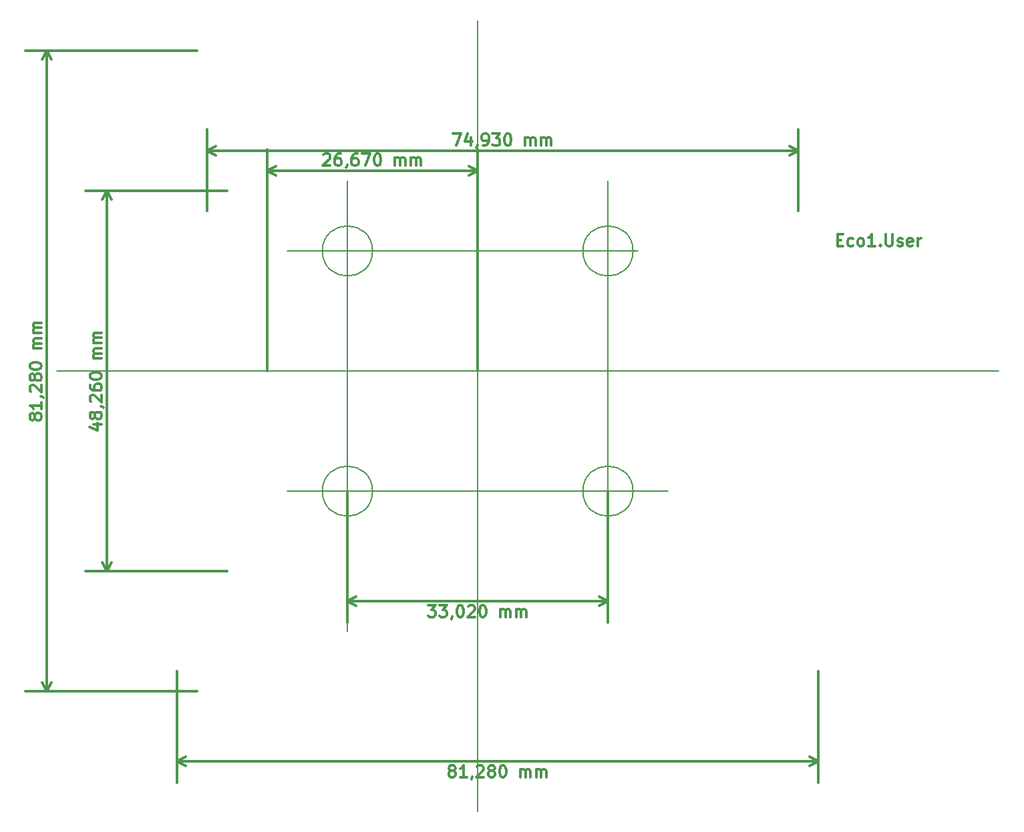
<source format=gbr>
G04 #@! TF.FileFunction,Other,ECO1*
%FSLAX46Y46*%
G04 Gerber Fmt 4.6, Leading zero omitted, Abs format (unit mm)*
G04 Created by KiCad (PCBNEW 4.0.2+dfsg1-stable) date mar. 31 janv. 2017 17:52:21 CET*
%MOMM*%
G01*
G04 APERTURE LIST*
%ADD10C,0.050000*%
%ADD11C,0.300000*%
%ADD12C,0.200000*%
G04 APERTURE END LIST*
D10*
D11*
X-48661429Y-6769999D02*
X-47661429Y-6769999D01*
X-49232857Y-7127142D02*
X-48161429Y-7484285D01*
X-48161429Y-6555713D01*
X-48518571Y-5769999D02*
X-48590000Y-5912857D01*
X-48661429Y-5984285D01*
X-48804286Y-6055714D01*
X-48875714Y-6055714D01*
X-49018571Y-5984285D01*
X-49090000Y-5912857D01*
X-49161429Y-5769999D01*
X-49161429Y-5484285D01*
X-49090000Y-5341428D01*
X-49018571Y-5269999D01*
X-48875714Y-5198571D01*
X-48804286Y-5198571D01*
X-48661429Y-5269999D01*
X-48590000Y-5341428D01*
X-48518571Y-5484285D01*
X-48518571Y-5769999D01*
X-48447143Y-5912857D01*
X-48375714Y-5984285D01*
X-48232857Y-6055714D01*
X-47947143Y-6055714D01*
X-47804286Y-5984285D01*
X-47732857Y-5912857D01*
X-47661429Y-5769999D01*
X-47661429Y-5484285D01*
X-47732857Y-5341428D01*
X-47804286Y-5269999D01*
X-47947143Y-5198571D01*
X-48232857Y-5198571D01*
X-48375714Y-5269999D01*
X-48447143Y-5341428D01*
X-48518571Y-5484285D01*
X-47732857Y-4484286D02*
X-47661429Y-4484286D01*
X-47518571Y-4555714D01*
X-47447143Y-4627143D01*
X-49018571Y-3912857D02*
X-49090000Y-3841428D01*
X-49161429Y-3698571D01*
X-49161429Y-3341428D01*
X-49090000Y-3198571D01*
X-49018571Y-3127142D01*
X-48875714Y-3055714D01*
X-48732857Y-3055714D01*
X-48518571Y-3127142D01*
X-47661429Y-3984285D01*
X-47661429Y-3055714D01*
X-49161429Y-1770000D02*
X-49161429Y-2055714D01*
X-49090000Y-2198571D01*
X-49018571Y-2270000D01*
X-48804286Y-2412857D01*
X-48518571Y-2484286D01*
X-47947143Y-2484286D01*
X-47804286Y-2412857D01*
X-47732857Y-2341429D01*
X-47661429Y-2198571D01*
X-47661429Y-1912857D01*
X-47732857Y-1770000D01*
X-47804286Y-1698571D01*
X-47947143Y-1627143D01*
X-48304286Y-1627143D01*
X-48447143Y-1698571D01*
X-48518571Y-1770000D01*
X-48590000Y-1912857D01*
X-48590000Y-2198571D01*
X-48518571Y-2341429D01*
X-48447143Y-2412857D01*
X-48304286Y-2484286D01*
X-49161429Y-698572D02*
X-49161429Y-555715D01*
X-49090000Y-412858D01*
X-49018571Y-341429D01*
X-48875714Y-270000D01*
X-48590000Y-198572D01*
X-48232857Y-198572D01*
X-47947143Y-270000D01*
X-47804286Y-341429D01*
X-47732857Y-412858D01*
X-47661429Y-555715D01*
X-47661429Y-698572D01*
X-47732857Y-841429D01*
X-47804286Y-912858D01*
X-47947143Y-984286D01*
X-48232857Y-1055715D01*
X-48590000Y-1055715D01*
X-48875714Y-984286D01*
X-49018571Y-912858D01*
X-49090000Y-841429D01*
X-49161429Y-698572D01*
X-47661429Y1587142D02*
X-48661429Y1587142D01*
X-48518571Y1587142D02*
X-48590000Y1658570D01*
X-48661429Y1801428D01*
X-48661429Y2015713D01*
X-48590000Y2158570D01*
X-48447143Y2229999D01*
X-47661429Y2229999D01*
X-48447143Y2229999D02*
X-48590000Y2301428D01*
X-48661429Y2444285D01*
X-48661429Y2658570D01*
X-48590000Y2801428D01*
X-48447143Y2872856D01*
X-47661429Y2872856D01*
X-47661429Y3587142D02*
X-48661429Y3587142D01*
X-48518571Y3587142D02*
X-48590000Y3658570D01*
X-48661429Y3801428D01*
X-48661429Y4015713D01*
X-48590000Y4158570D01*
X-48447143Y4229999D01*
X-47661429Y4229999D01*
X-48447143Y4229999D02*
X-48590000Y4301428D01*
X-48661429Y4444285D01*
X-48661429Y4658570D01*
X-48590000Y4801428D01*
X-48447143Y4872856D01*
X-47661429Y4872856D01*
X-46990000Y-25400000D02*
X-46990000Y22860000D01*
X-31750000Y-25400000D02*
X-49690000Y-25400000D01*
X-31750000Y22860000D02*
X-49690000Y22860000D01*
X-46990000Y22860000D02*
X-46403579Y21733496D01*
X-46990000Y22860000D02*
X-47576421Y21733496D01*
X-46990000Y-25400000D02*
X-46403579Y-24273496D01*
X-46990000Y-25400000D02*
X-47576421Y-24273496D01*
X-56138571Y-5928570D02*
X-56210000Y-6071428D01*
X-56281429Y-6142856D01*
X-56424286Y-6214285D01*
X-56495714Y-6214285D01*
X-56638571Y-6142856D01*
X-56710000Y-6071428D01*
X-56781429Y-5928570D01*
X-56781429Y-5642856D01*
X-56710000Y-5499999D01*
X-56638571Y-5428570D01*
X-56495714Y-5357142D01*
X-56424286Y-5357142D01*
X-56281429Y-5428570D01*
X-56210000Y-5499999D01*
X-56138571Y-5642856D01*
X-56138571Y-5928570D01*
X-56067143Y-6071428D01*
X-55995714Y-6142856D01*
X-55852857Y-6214285D01*
X-55567143Y-6214285D01*
X-55424286Y-6142856D01*
X-55352857Y-6071428D01*
X-55281429Y-5928570D01*
X-55281429Y-5642856D01*
X-55352857Y-5499999D01*
X-55424286Y-5428570D01*
X-55567143Y-5357142D01*
X-55852857Y-5357142D01*
X-55995714Y-5428570D01*
X-56067143Y-5499999D01*
X-56138571Y-5642856D01*
X-55281429Y-3928571D02*
X-55281429Y-4785714D01*
X-55281429Y-4357142D02*
X-56781429Y-4357142D01*
X-56567143Y-4499999D01*
X-56424286Y-4642857D01*
X-56352857Y-4785714D01*
X-55352857Y-3214286D02*
X-55281429Y-3214286D01*
X-55138571Y-3285714D01*
X-55067143Y-3357143D01*
X-56638571Y-2642857D02*
X-56710000Y-2571428D01*
X-56781429Y-2428571D01*
X-56781429Y-2071428D01*
X-56710000Y-1928571D01*
X-56638571Y-1857142D01*
X-56495714Y-1785714D01*
X-56352857Y-1785714D01*
X-56138571Y-1857142D01*
X-55281429Y-2714285D01*
X-55281429Y-1785714D01*
X-56138571Y-928571D02*
X-56210000Y-1071429D01*
X-56281429Y-1142857D01*
X-56424286Y-1214286D01*
X-56495714Y-1214286D01*
X-56638571Y-1142857D01*
X-56710000Y-1071429D01*
X-56781429Y-928571D01*
X-56781429Y-642857D01*
X-56710000Y-500000D01*
X-56638571Y-428571D01*
X-56495714Y-357143D01*
X-56424286Y-357143D01*
X-56281429Y-428571D01*
X-56210000Y-500000D01*
X-56138571Y-642857D01*
X-56138571Y-928571D01*
X-56067143Y-1071429D01*
X-55995714Y-1142857D01*
X-55852857Y-1214286D01*
X-55567143Y-1214286D01*
X-55424286Y-1142857D01*
X-55352857Y-1071429D01*
X-55281429Y-928571D01*
X-55281429Y-642857D01*
X-55352857Y-500000D01*
X-55424286Y-428571D01*
X-55567143Y-357143D01*
X-55852857Y-357143D01*
X-55995714Y-428571D01*
X-56067143Y-500000D01*
X-56138571Y-642857D01*
X-56781429Y571428D02*
X-56781429Y714285D01*
X-56710000Y857142D01*
X-56638571Y928571D01*
X-56495714Y1000000D01*
X-56210000Y1071428D01*
X-55852857Y1071428D01*
X-55567143Y1000000D01*
X-55424286Y928571D01*
X-55352857Y857142D01*
X-55281429Y714285D01*
X-55281429Y571428D01*
X-55352857Y428571D01*
X-55424286Y357142D01*
X-55567143Y285714D01*
X-55852857Y214285D01*
X-56210000Y214285D01*
X-56495714Y285714D01*
X-56638571Y357142D01*
X-56710000Y428571D01*
X-56781429Y571428D01*
X-55281429Y2857142D02*
X-56281429Y2857142D01*
X-56138571Y2857142D02*
X-56210000Y2928570D01*
X-56281429Y3071428D01*
X-56281429Y3285713D01*
X-56210000Y3428570D01*
X-56067143Y3499999D01*
X-55281429Y3499999D01*
X-56067143Y3499999D02*
X-56210000Y3571428D01*
X-56281429Y3714285D01*
X-56281429Y3928570D01*
X-56210000Y4071428D01*
X-56067143Y4142856D01*
X-55281429Y4142856D01*
X-55281429Y4857142D02*
X-56281429Y4857142D01*
X-56138571Y4857142D02*
X-56210000Y4928570D01*
X-56281429Y5071428D01*
X-56281429Y5285713D01*
X-56210000Y5428570D01*
X-56067143Y5499999D01*
X-55281429Y5499999D01*
X-56067143Y5499999D02*
X-56210000Y5571428D01*
X-56281429Y5714285D01*
X-56281429Y5928570D01*
X-56210000Y6071428D01*
X-56067143Y6142856D01*
X-55281429Y6142856D01*
X-54610000Y-40640000D02*
X-54610000Y40640000D01*
X-35560000Y-40640000D02*
X-57310000Y-40640000D01*
X-35560000Y40640000D02*
X-57310000Y40640000D01*
X-54610000Y40640000D02*
X-54023579Y39513496D01*
X-54610000Y40640000D02*
X-55196421Y39513496D01*
X-54610000Y-40640000D02*
X-54023579Y-39513496D01*
X-54610000Y-40640000D02*
X-55196421Y-39513496D01*
X-19549285Y27428570D02*
X-19477856Y27499999D01*
X-19334999Y27571428D01*
X-18977856Y27571428D01*
X-18834999Y27499999D01*
X-18763570Y27428570D01*
X-18692142Y27285713D01*
X-18692142Y27142856D01*
X-18763570Y26928570D01*
X-19620713Y26071428D01*
X-18692142Y26071428D01*
X-17406428Y27571428D02*
X-17692142Y27571428D01*
X-17834999Y27499999D01*
X-17906428Y27428570D01*
X-18049285Y27214285D01*
X-18120714Y26928570D01*
X-18120714Y26357142D01*
X-18049285Y26214285D01*
X-17977857Y26142856D01*
X-17834999Y26071428D01*
X-17549285Y26071428D01*
X-17406428Y26142856D01*
X-17334999Y26214285D01*
X-17263571Y26357142D01*
X-17263571Y26714285D01*
X-17334999Y26857142D01*
X-17406428Y26928570D01*
X-17549285Y26999999D01*
X-17834999Y26999999D01*
X-17977857Y26928570D01*
X-18049285Y26857142D01*
X-18120714Y26714285D01*
X-16549286Y26142856D02*
X-16549286Y26071428D01*
X-16620714Y25928570D01*
X-16692143Y25857142D01*
X-15263571Y27571428D02*
X-15549285Y27571428D01*
X-15692142Y27499999D01*
X-15763571Y27428570D01*
X-15906428Y27214285D01*
X-15977857Y26928570D01*
X-15977857Y26357142D01*
X-15906428Y26214285D01*
X-15835000Y26142856D01*
X-15692142Y26071428D01*
X-15406428Y26071428D01*
X-15263571Y26142856D01*
X-15192142Y26214285D01*
X-15120714Y26357142D01*
X-15120714Y26714285D01*
X-15192142Y26857142D01*
X-15263571Y26928570D01*
X-15406428Y26999999D01*
X-15692142Y26999999D01*
X-15835000Y26928570D01*
X-15906428Y26857142D01*
X-15977857Y26714285D01*
X-14620714Y27571428D02*
X-13620714Y27571428D01*
X-14263571Y26071428D01*
X-12763572Y27571428D02*
X-12620715Y27571428D01*
X-12477858Y27499999D01*
X-12406429Y27428570D01*
X-12335000Y27285713D01*
X-12263572Y26999999D01*
X-12263572Y26642856D01*
X-12335000Y26357142D01*
X-12406429Y26214285D01*
X-12477858Y26142856D01*
X-12620715Y26071428D01*
X-12763572Y26071428D01*
X-12906429Y26142856D01*
X-12977858Y26214285D01*
X-13049286Y26357142D01*
X-13120715Y26642856D01*
X-13120715Y26999999D01*
X-13049286Y27285713D01*
X-12977858Y27428570D01*
X-12906429Y27499999D01*
X-12763572Y27571428D01*
X-10477858Y26071428D02*
X-10477858Y27071428D01*
X-10477858Y26928570D02*
X-10406430Y26999999D01*
X-10263572Y27071428D01*
X-10049287Y27071428D01*
X-9906430Y26999999D01*
X-9835001Y26857142D01*
X-9835001Y26071428D01*
X-9835001Y26857142D02*
X-9763572Y26999999D01*
X-9620715Y27071428D01*
X-9406430Y27071428D01*
X-9263572Y26999999D01*
X-9192144Y26857142D01*
X-9192144Y26071428D01*
X-8477858Y26071428D02*
X-8477858Y27071428D01*
X-8477858Y26928570D02*
X-8406430Y26999999D01*
X-8263572Y27071428D01*
X-8049287Y27071428D01*
X-7906430Y26999999D01*
X-7835001Y26857142D01*
X-7835001Y26071428D01*
X-7835001Y26857142D02*
X-7763572Y26999999D01*
X-7620715Y27071428D01*
X-7406430Y27071428D01*
X-7263572Y26999999D01*
X-7192144Y26857142D01*
X-7192144Y26071428D01*
X-26670000Y25399999D02*
X0Y25399999D01*
X-26670000Y0D02*
X-26670000Y28099999D01*
X0Y0D02*
X0Y28099999D01*
X0Y25399999D02*
X-1126504Y24813578D01*
X0Y25399999D02*
X-1126504Y25986420D01*
X-26670000Y25399999D02*
X-25543496Y24813578D01*
X-26670000Y25399999D02*
X-25543496Y25986420D01*
X-3110713Y30111428D02*
X-2110713Y30111428D01*
X-2753570Y28611428D01*
X-896428Y29611428D02*
X-896428Y28611428D01*
X-1253571Y30182856D02*
X-1610714Y29111428D01*
X-682142Y29111428D01*
X-39286Y28682856D02*
X-39286Y28611428D01*
X-110714Y28468570D01*
X-182143Y28397142D01*
X675000Y28611428D02*
X960715Y28611428D01*
X1103572Y28682856D01*
X1175000Y28754285D01*
X1317858Y28968570D01*
X1389286Y29254285D01*
X1389286Y29825713D01*
X1317858Y29968570D01*
X1246429Y30039999D01*
X1103572Y30111428D01*
X817858Y30111428D01*
X675000Y30039999D01*
X603572Y29968570D01*
X532143Y29825713D01*
X532143Y29468570D01*
X603572Y29325713D01*
X675000Y29254285D01*
X817858Y29182856D01*
X1103572Y29182856D01*
X1246429Y29254285D01*
X1317858Y29325713D01*
X1389286Y29468570D01*
X1889286Y30111428D02*
X2817857Y30111428D01*
X2317857Y29539999D01*
X2532143Y29539999D01*
X2675000Y29468570D01*
X2746429Y29397142D01*
X2817857Y29254285D01*
X2817857Y28897142D01*
X2746429Y28754285D01*
X2675000Y28682856D01*
X2532143Y28611428D01*
X2103571Y28611428D01*
X1960714Y28682856D01*
X1889286Y28754285D01*
X3746428Y30111428D02*
X3889285Y30111428D01*
X4032142Y30039999D01*
X4103571Y29968570D01*
X4175000Y29825713D01*
X4246428Y29539999D01*
X4246428Y29182856D01*
X4175000Y28897142D01*
X4103571Y28754285D01*
X4032142Y28682856D01*
X3889285Y28611428D01*
X3746428Y28611428D01*
X3603571Y28682856D01*
X3532142Y28754285D01*
X3460714Y28897142D01*
X3389285Y29182856D01*
X3389285Y29539999D01*
X3460714Y29825713D01*
X3532142Y29968570D01*
X3603571Y30039999D01*
X3746428Y30111428D01*
X6032142Y28611428D02*
X6032142Y29611428D01*
X6032142Y29468570D02*
X6103570Y29539999D01*
X6246428Y29611428D01*
X6460713Y29611428D01*
X6603570Y29539999D01*
X6674999Y29397142D01*
X6674999Y28611428D01*
X6674999Y29397142D02*
X6746428Y29539999D01*
X6889285Y29611428D01*
X7103570Y29611428D01*
X7246428Y29539999D01*
X7317856Y29397142D01*
X7317856Y28611428D01*
X8032142Y28611428D02*
X8032142Y29611428D01*
X8032142Y29468570D02*
X8103570Y29539999D01*
X8246428Y29611428D01*
X8460713Y29611428D01*
X8603570Y29539999D01*
X8674999Y29397142D01*
X8674999Y28611428D01*
X8674999Y29397142D02*
X8746428Y29539999D01*
X8889285Y29611428D01*
X9103570Y29611428D01*
X9246428Y29539999D01*
X9317856Y29397142D01*
X9317856Y28611428D01*
X40640000Y27939999D02*
X-34290000Y27939999D01*
X40640000Y20320000D02*
X40640000Y30639999D01*
X-34290000Y20320000D02*
X-34290000Y30639999D01*
X-34290000Y27939999D02*
X-33163496Y28526420D01*
X-34290000Y27939999D02*
X-33163496Y27353578D01*
X40640000Y27939999D02*
X39513496Y28526420D01*
X40640000Y27939999D02*
X39513496Y27353578D01*
X-3388570Y-50701429D02*
X-3531428Y-50630000D01*
X-3602856Y-50558571D01*
X-3674285Y-50415714D01*
X-3674285Y-50344286D01*
X-3602856Y-50201429D01*
X-3531428Y-50130000D01*
X-3388570Y-50058571D01*
X-3102856Y-50058571D01*
X-2959999Y-50130000D01*
X-2888570Y-50201429D01*
X-2817142Y-50344286D01*
X-2817142Y-50415714D01*
X-2888570Y-50558571D01*
X-2959999Y-50630000D01*
X-3102856Y-50701429D01*
X-3388570Y-50701429D01*
X-3531428Y-50772857D01*
X-3602856Y-50844286D01*
X-3674285Y-50987143D01*
X-3674285Y-51272857D01*
X-3602856Y-51415714D01*
X-3531428Y-51487143D01*
X-3388570Y-51558571D01*
X-3102856Y-51558571D01*
X-2959999Y-51487143D01*
X-2888570Y-51415714D01*
X-2817142Y-51272857D01*
X-2817142Y-50987143D01*
X-2888570Y-50844286D01*
X-2959999Y-50772857D01*
X-3102856Y-50701429D01*
X-1388571Y-51558571D02*
X-2245714Y-51558571D01*
X-1817142Y-51558571D02*
X-1817142Y-50058571D01*
X-1959999Y-50272857D01*
X-2102857Y-50415714D01*
X-2245714Y-50487143D01*
X-674286Y-51487143D02*
X-674286Y-51558571D01*
X-745714Y-51701429D01*
X-817143Y-51772857D01*
X-102857Y-50201429D02*
X-31428Y-50130000D01*
X111429Y-50058571D01*
X468572Y-50058571D01*
X611429Y-50130000D01*
X682858Y-50201429D01*
X754286Y-50344286D01*
X754286Y-50487143D01*
X682858Y-50701429D01*
X-174285Y-51558571D01*
X754286Y-51558571D01*
X1611429Y-50701429D02*
X1468571Y-50630000D01*
X1397143Y-50558571D01*
X1325714Y-50415714D01*
X1325714Y-50344286D01*
X1397143Y-50201429D01*
X1468571Y-50130000D01*
X1611429Y-50058571D01*
X1897143Y-50058571D01*
X2040000Y-50130000D01*
X2111429Y-50201429D01*
X2182857Y-50344286D01*
X2182857Y-50415714D01*
X2111429Y-50558571D01*
X2040000Y-50630000D01*
X1897143Y-50701429D01*
X1611429Y-50701429D01*
X1468571Y-50772857D01*
X1397143Y-50844286D01*
X1325714Y-50987143D01*
X1325714Y-51272857D01*
X1397143Y-51415714D01*
X1468571Y-51487143D01*
X1611429Y-51558571D01*
X1897143Y-51558571D01*
X2040000Y-51487143D01*
X2111429Y-51415714D01*
X2182857Y-51272857D01*
X2182857Y-50987143D01*
X2111429Y-50844286D01*
X2040000Y-50772857D01*
X1897143Y-50701429D01*
X3111428Y-50058571D02*
X3254285Y-50058571D01*
X3397142Y-50130000D01*
X3468571Y-50201429D01*
X3540000Y-50344286D01*
X3611428Y-50630000D01*
X3611428Y-50987143D01*
X3540000Y-51272857D01*
X3468571Y-51415714D01*
X3397142Y-51487143D01*
X3254285Y-51558571D01*
X3111428Y-51558571D01*
X2968571Y-51487143D01*
X2897142Y-51415714D01*
X2825714Y-51272857D01*
X2754285Y-50987143D01*
X2754285Y-50630000D01*
X2825714Y-50344286D01*
X2897142Y-50201429D01*
X2968571Y-50130000D01*
X3111428Y-50058571D01*
X5397142Y-51558571D02*
X5397142Y-50558571D01*
X5397142Y-50701429D02*
X5468570Y-50630000D01*
X5611428Y-50558571D01*
X5825713Y-50558571D01*
X5968570Y-50630000D01*
X6039999Y-50772857D01*
X6039999Y-51558571D01*
X6039999Y-50772857D02*
X6111428Y-50630000D01*
X6254285Y-50558571D01*
X6468570Y-50558571D01*
X6611428Y-50630000D01*
X6682856Y-50772857D01*
X6682856Y-51558571D01*
X7397142Y-51558571D02*
X7397142Y-50558571D01*
X7397142Y-50701429D02*
X7468570Y-50630000D01*
X7611428Y-50558571D01*
X7825713Y-50558571D01*
X7968570Y-50630000D01*
X8039999Y-50772857D01*
X8039999Y-51558571D01*
X8039999Y-50772857D02*
X8111428Y-50630000D01*
X8254285Y-50558571D01*
X8468570Y-50558571D01*
X8611428Y-50630000D01*
X8682856Y-50772857D01*
X8682856Y-51558571D01*
X43180000Y-49530000D02*
X-38100000Y-49530000D01*
X43180000Y-38100000D02*
X43180000Y-52230000D01*
X-38100000Y-38100000D02*
X-38100000Y-52230000D01*
X-38100000Y-49530000D02*
X-36973496Y-48943579D01*
X-38100000Y-49530000D02*
X-36973496Y-50116421D01*
X43180000Y-49530000D02*
X42053496Y-48943579D01*
X43180000Y-49530000D02*
X42053496Y-50116421D01*
X-6285713Y-29738571D02*
X-5357142Y-29738571D01*
X-5857142Y-30310000D01*
X-5642856Y-30310000D01*
X-5499999Y-30381429D01*
X-5428570Y-30452857D01*
X-5357142Y-30595714D01*
X-5357142Y-30952857D01*
X-5428570Y-31095714D01*
X-5499999Y-31167143D01*
X-5642856Y-31238571D01*
X-6071428Y-31238571D01*
X-6214285Y-31167143D01*
X-6285713Y-31095714D01*
X-4857142Y-29738571D02*
X-3928571Y-29738571D01*
X-4428571Y-30310000D01*
X-4214285Y-30310000D01*
X-4071428Y-30381429D01*
X-3999999Y-30452857D01*
X-3928571Y-30595714D01*
X-3928571Y-30952857D01*
X-3999999Y-31095714D01*
X-4071428Y-31167143D01*
X-4214285Y-31238571D01*
X-4642857Y-31238571D01*
X-4785714Y-31167143D01*
X-4857142Y-31095714D01*
X-3214286Y-31167143D02*
X-3214286Y-31238571D01*
X-3285714Y-31381429D01*
X-3357143Y-31452857D01*
X-2285714Y-29738571D02*
X-2142857Y-29738571D01*
X-2000000Y-29810000D01*
X-1928571Y-29881429D01*
X-1857142Y-30024286D01*
X-1785714Y-30310000D01*
X-1785714Y-30667143D01*
X-1857142Y-30952857D01*
X-1928571Y-31095714D01*
X-2000000Y-31167143D01*
X-2142857Y-31238571D01*
X-2285714Y-31238571D01*
X-2428571Y-31167143D01*
X-2500000Y-31095714D01*
X-2571428Y-30952857D01*
X-2642857Y-30667143D01*
X-2642857Y-30310000D01*
X-2571428Y-30024286D01*
X-2500000Y-29881429D01*
X-2428571Y-29810000D01*
X-2285714Y-29738571D01*
X-1214286Y-29881429D02*
X-1142857Y-29810000D01*
X-1000000Y-29738571D01*
X-642857Y-29738571D01*
X-500000Y-29810000D01*
X-428571Y-29881429D01*
X-357143Y-30024286D01*
X-357143Y-30167143D01*
X-428571Y-30381429D01*
X-1285714Y-31238571D01*
X-357143Y-31238571D01*
X571428Y-29738571D02*
X714285Y-29738571D01*
X857142Y-29810000D01*
X928571Y-29881429D01*
X1000000Y-30024286D01*
X1071428Y-30310000D01*
X1071428Y-30667143D01*
X1000000Y-30952857D01*
X928571Y-31095714D01*
X857142Y-31167143D01*
X714285Y-31238571D01*
X571428Y-31238571D01*
X428571Y-31167143D01*
X357142Y-31095714D01*
X285714Y-30952857D01*
X214285Y-30667143D01*
X214285Y-30310000D01*
X285714Y-30024286D01*
X357142Y-29881429D01*
X428571Y-29810000D01*
X571428Y-29738571D01*
X2857142Y-31238571D02*
X2857142Y-30238571D01*
X2857142Y-30381429D02*
X2928570Y-30310000D01*
X3071428Y-30238571D01*
X3285713Y-30238571D01*
X3428570Y-30310000D01*
X3499999Y-30452857D01*
X3499999Y-31238571D01*
X3499999Y-30452857D02*
X3571428Y-30310000D01*
X3714285Y-30238571D01*
X3928570Y-30238571D01*
X4071428Y-30310000D01*
X4142856Y-30452857D01*
X4142856Y-31238571D01*
X4857142Y-31238571D02*
X4857142Y-30238571D01*
X4857142Y-30381429D02*
X4928570Y-30310000D01*
X5071428Y-30238571D01*
X5285713Y-30238571D01*
X5428570Y-30310000D01*
X5499999Y-30452857D01*
X5499999Y-31238571D01*
X5499999Y-30452857D02*
X5571428Y-30310000D01*
X5714285Y-30238571D01*
X5928570Y-30238571D01*
X6071428Y-30310000D01*
X6142856Y-30452857D01*
X6142856Y-31238571D01*
X16510000Y-29210000D02*
X-16510000Y-29210000D01*
X16510000Y-15240000D02*
X16510000Y-31910000D01*
X-16510000Y-15240000D02*
X-16510000Y-31910000D01*
X-16510000Y-29210000D02*
X-15383496Y-28623579D01*
X-16510000Y-29210000D02*
X-15383496Y-29796421D01*
X16510000Y-29210000D02*
X15383496Y-28623579D01*
X16510000Y-29210000D02*
X15383496Y-29796421D01*
X45585715Y16617143D02*
X46085715Y16617143D01*
X46300001Y15831429D02*
X45585715Y15831429D01*
X45585715Y17331429D01*
X46300001Y17331429D01*
X47585715Y15902857D02*
X47442858Y15831429D01*
X47157144Y15831429D01*
X47014286Y15902857D01*
X46942858Y15974286D01*
X46871429Y16117143D01*
X46871429Y16545714D01*
X46942858Y16688571D01*
X47014286Y16760000D01*
X47157144Y16831429D01*
X47442858Y16831429D01*
X47585715Y16760000D01*
X48442858Y15831429D02*
X48300000Y15902857D01*
X48228572Y15974286D01*
X48157143Y16117143D01*
X48157143Y16545714D01*
X48228572Y16688571D01*
X48300000Y16760000D01*
X48442858Y16831429D01*
X48657143Y16831429D01*
X48800000Y16760000D01*
X48871429Y16688571D01*
X48942858Y16545714D01*
X48942858Y16117143D01*
X48871429Y15974286D01*
X48800000Y15902857D01*
X48657143Y15831429D01*
X48442858Y15831429D01*
X50371429Y15831429D02*
X49514286Y15831429D01*
X49942858Y15831429D02*
X49942858Y17331429D01*
X49800001Y17117143D01*
X49657143Y16974286D01*
X49514286Y16902857D01*
X51014286Y15974286D02*
X51085714Y15902857D01*
X51014286Y15831429D01*
X50942857Y15902857D01*
X51014286Y15974286D01*
X51014286Y15831429D01*
X51728572Y17331429D02*
X51728572Y16117143D01*
X51800000Y15974286D01*
X51871429Y15902857D01*
X52014286Y15831429D01*
X52300000Y15831429D01*
X52442858Y15902857D01*
X52514286Y15974286D01*
X52585715Y16117143D01*
X52585715Y17331429D01*
X53228572Y15902857D02*
X53371429Y15831429D01*
X53657144Y15831429D01*
X53800001Y15902857D01*
X53871429Y16045714D01*
X53871429Y16117143D01*
X53800001Y16260000D01*
X53657144Y16331429D01*
X53442858Y16331429D01*
X53300001Y16402857D01*
X53228572Y16545714D01*
X53228572Y16617143D01*
X53300001Y16760000D01*
X53442858Y16831429D01*
X53657144Y16831429D01*
X53800001Y16760000D01*
X55085715Y15902857D02*
X54942858Y15831429D01*
X54657144Y15831429D01*
X54514287Y15902857D01*
X54442858Y16045714D01*
X54442858Y16617143D01*
X54514287Y16760000D01*
X54657144Y16831429D01*
X54942858Y16831429D01*
X55085715Y16760000D01*
X55157144Y16617143D01*
X55157144Y16474286D01*
X54442858Y16331429D01*
X55800001Y15831429D02*
X55800001Y16831429D01*
X55800001Y16545714D02*
X55871429Y16688571D01*
X55942858Y16760000D01*
X56085715Y16831429D01*
X56228572Y16831429D01*
D12*
X-13335000Y15240000D02*
G75*
G03X-13335000Y15240000I-3175000J0D01*
G01*
X-13335000Y-15240000D02*
G75*
G03X-13335000Y-15240000I-3175000J0D01*
G01*
X19685000Y15240000D02*
G75*
G03X19685000Y15240000I-3175000J0D01*
G01*
X19685000Y-15240000D02*
G75*
G03X19685000Y-15240000I-3175000J0D01*
G01*
X-24130000Y-15240000D02*
X24130000Y-15240000D01*
X-24130000Y15240000D02*
X20320000Y15240000D01*
X16510000Y24130000D02*
X16510000Y-30480000D01*
X-16510000Y24130000D02*
X-16510000Y-33020000D01*
X0Y-21590000D02*
X0Y-55880000D01*
X0Y22860000D02*
X0Y44450000D01*
X12700000Y0D02*
X66040000Y0D01*
X-12700000Y0D02*
X-53340000Y0D01*
X-12700000Y0D02*
X12700000Y0D01*
X0Y22860000D02*
X0Y-21590000D01*
M02*

</source>
